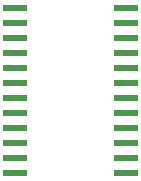
<source format=gbr>
G04 #@! TF.GenerationSoftware,KiCad,Pcbnew,(5.0.2)-1*
G04 #@! TF.CreationDate,2021-03-12T16:00:43+02:00*
G04 #@! TF.ProjectId,MAX7219 SMD,4d415837-3231-4392-9053-4d442e6b6963,rev?*
G04 #@! TF.SameCoordinates,Original*
G04 #@! TF.FileFunction,Paste,Bot*
G04 #@! TF.FilePolarity,Positive*
%FSLAX46Y46*%
G04 Gerber Fmt 4.6, Leading zero omitted, Abs format (unit mm)*
G04 Created by KiCad (PCBNEW (5.0.2)-1) date 12.03.2021 16:00:43*
%MOMM*%
%LPD*%
G01*
G04 APERTURE LIST*
%ADD10R,2.000000X0.600000*%
G04 APERTURE END LIST*
D10*
G04 #@! TO.C,U1*
X145162000Y-93980000D03*
X145162000Y-95250000D03*
X145162000Y-96520000D03*
X145162000Y-97790000D03*
X145162000Y-99060000D03*
X145162000Y-100330000D03*
X145162000Y-101600000D03*
X145162000Y-102870000D03*
X145162000Y-104140000D03*
X145162000Y-105410000D03*
X145162000Y-106680000D03*
X145162000Y-107950000D03*
X135762000Y-107950000D03*
X135762000Y-106680000D03*
X135762000Y-105410000D03*
X135762000Y-104140000D03*
X135762000Y-102870000D03*
X135762000Y-101600000D03*
X135762000Y-100330000D03*
X135762000Y-99060000D03*
X135762000Y-97790000D03*
X135762000Y-96520000D03*
X135762000Y-95250000D03*
X135762000Y-93980000D03*
G04 #@! TD*
M02*

</source>
